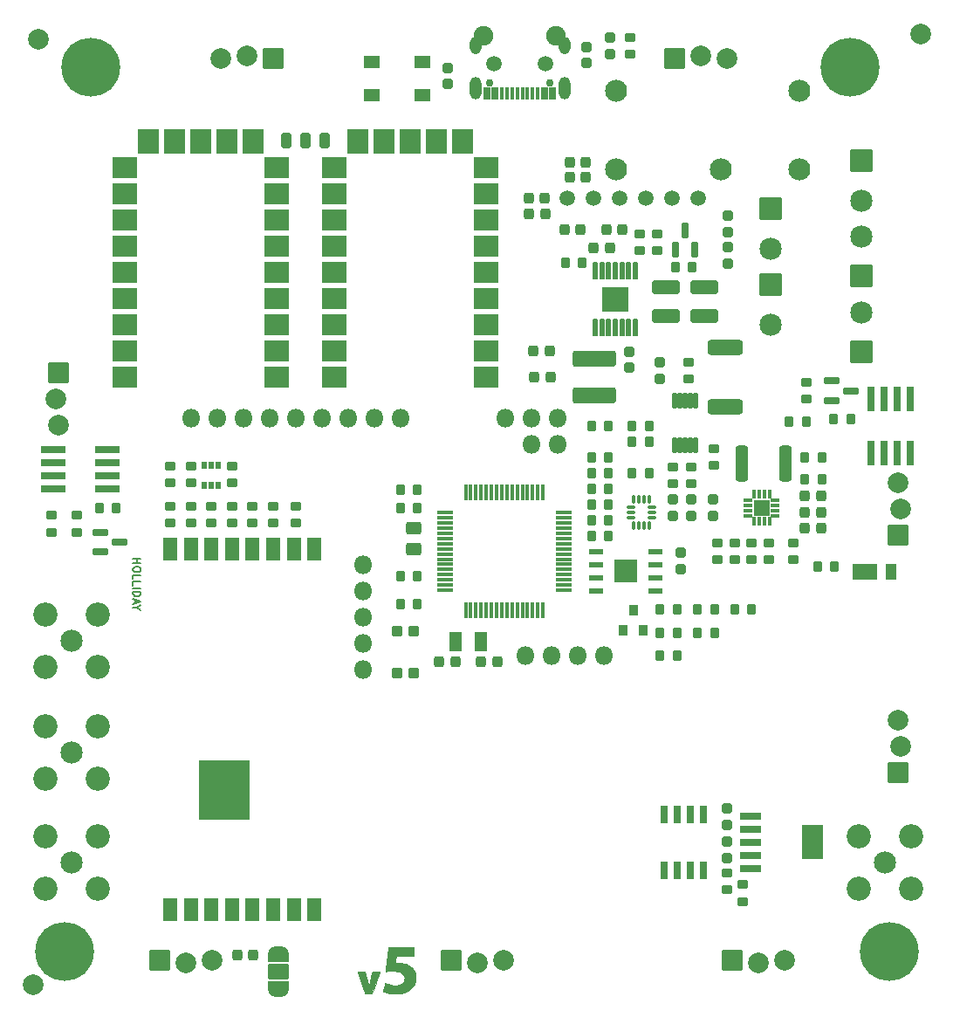
<source format=gbr>
%TF.GenerationSoftware,KiCad,Pcbnew,7.0.9*%
%TF.CreationDate,2024-01-23T11:42:20+00:00*%
%TF.ProjectId,mainboard,6d61696e-626f-4617-9264-2e6b69636164,rev?*%
%TF.SameCoordinates,Original*%
%TF.FileFunction,Soldermask,Top*%
%TF.FilePolarity,Negative*%
%FSLAX46Y46*%
G04 Gerber Fmt 4.6, Leading zero omitted, Abs format (unit mm)*
G04 Created by KiCad (PCBNEW 7.0.9) date 2024-01-23 11:42:20*
%MOMM*%
%LPD*%
G01*
G04 APERTURE LIST*
G04 Aperture macros list*
%AMRoundRect*
0 Rectangle with rounded corners*
0 $1 Rounding radius*
0 $2 $3 $4 $5 $6 $7 $8 $9 X,Y pos of 4 corners*
0 Add a 4 corners polygon primitive as box body*
4,1,4,$2,$3,$4,$5,$6,$7,$8,$9,$2,$3,0*
0 Add four circle primitives for the rounded corners*
1,1,$1+$1,$2,$3*
1,1,$1+$1,$4,$5*
1,1,$1+$1,$6,$7*
1,1,$1+$1,$8,$9*
0 Add four rect primitives between the rounded corners*
20,1,$1+$1,$2,$3,$4,$5,0*
20,1,$1+$1,$4,$5,$6,$7,0*
20,1,$1+$1,$6,$7,$8,$9,0*
20,1,$1+$1,$8,$9,$2,$3,0*%
%AMFreePoly0*
4,1,39,0.785921,0.985921,0.800800,0.950000,0.800800,-0.950000,0.785921,-0.985921,0.750000,-1.000800,0.000000,-1.000800,-0.012322,-0.995696,-0.084376,-0.995696,-0.096533,-0.994220,-0.260380,-0.953835,-0.271831,-0.949492,-0.421253,-0.871070,-0.431332,-0.864113,-0.557645,-0.752210,-0.565766,-0.743043,-0.661627,-0.604163,-0.667318,-0.593320,-0.727158,-0.435535,-0.730089,-0.423644,-0.750615,-0.254600,
-0.750800,-0.251535,-0.750800,0.251535,-0.750615,0.254600,-0.730089,0.423644,-0.727158,0.435535,-0.667318,0.593320,-0.661627,0.604163,-0.565766,0.743043,-0.557645,0.752210,-0.431332,0.864113,-0.421253,0.871070,-0.271831,0.949492,-0.260380,0.953835,-0.096533,0.994220,-0.084376,0.995696,-0.012322,0.995696,0.000000,1.000800,0.750000,1.000800,0.785921,0.985921,0.785921,0.985921,
$1*%
%AMFreePoly1*
4,1,39,0.012322,0.995696,0.084376,0.995696,0.096533,0.994220,0.260380,0.953835,0.271831,0.949492,0.421253,0.871070,0.431332,0.864113,0.557645,0.752210,0.565766,0.743043,0.661627,0.604163,0.667318,0.593320,0.727158,0.435535,0.730089,0.423644,0.750615,0.254600,0.750800,0.251535,0.750800,-0.251535,0.750615,-0.254600,0.730089,-0.423644,0.727158,-0.435535,0.667318,-0.593320,
0.661627,-0.604163,0.565766,-0.743043,0.557645,-0.752210,0.431332,-0.864113,0.421253,-0.871070,0.271831,-0.949492,0.260380,-0.953835,0.096533,-0.994220,0.084376,-0.995696,0.012322,-0.995696,0.000000,-1.000800,-0.750000,-1.000800,-0.785921,-0.985921,-0.800800,-0.950000,-0.800800,0.950000,-0.785921,0.985921,-0.750000,1.000800,0.000000,1.000800,0.012322,0.995696,0.012322,0.995696,
$1*%
G04 Aperture macros list end*
%ADD10C,0.190500*%
%ADD11C,0.010000*%
%ADD12RoundRect,0.250800X0.200000X0.275000X-0.200000X0.275000X-0.200000X-0.275000X0.200000X-0.275000X0*%
%ADD13RoundRect,0.250800X-0.275000X0.200000X-0.275000X-0.200000X0.275000X-0.200000X0.275000X0.200000X0*%
%ADD14RoundRect,0.250800X-0.200000X-0.275000X0.200000X-0.275000X0.200000X0.275000X-0.200000X0.275000X0*%
%ADD15RoundRect,0.250800X0.275000X-0.200000X0.275000X0.200000X-0.275000X0.200000X-0.275000X-0.200000X0*%
%ADD16C,1.901600*%
%ADD17C,1.509600*%
%ADD18RoundRect,0.063500X-0.450000X-0.700000X0.450000X-0.700000X0.450000X0.700000X-0.450000X0.700000X0*%
%ADD19RoundRect,0.063500X-1.100000X-0.700000X1.100000X-0.700000X1.100000X0.700000X-1.100000X0.700000X0*%
%ADD20RoundRect,0.063500X-0.939800X0.939800X-0.939800X-0.939800X0.939800X-0.939800X0.939800X0.939800X0*%
%ADD21C,2.006600*%
%ADD22RoundRect,0.063500X0.939800X-0.939800X0.939800X0.939800X-0.939800X0.939800X-0.939800X-0.939800X0*%
%ADD23RoundRect,0.063500X-0.939800X-0.939800X0.939800X-0.939800X0.939800X0.939800X-0.939800X0.939800X0*%
%ADD24RoundRect,0.063500X0.939800X0.939800X-0.939800X0.939800X-0.939800X-0.939800X0.939800X-0.939800X0*%
%ADD25RoundRect,0.063500X1.016000X-1.016000X1.016000X1.016000X-1.016000X1.016000X-1.016000X-1.016000X0*%
%ADD26C,2.159000*%
%ADD27RoundRect,0.269550X-0.218750X-0.256250X0.218750X-0.256250X0.218750X0.256250X-0.218750X0.256250X0*%
%ADD28RoundRect,0.269550X-0.256250X0.218750X-0.256250X-0.218750X0.256250X-0.218750X0.256250X0.218750X0*%
%ADD29RoundRect,0.063500X-0.152400X0.800100X-0.152400X-0.800100X0.152400X-0.800100X0.152400X0.800100X0*%
%ADD30RoundRect,0.063500X-1.230000X1.155000X-1.230000X-1.155000X1.230000X-1.155000X1.230000X1.155000X0*%
%ADD31RoundRect,0.269550X0.256250X-0.218750X0.256250X0.218750X-0.256250X0.218750X-0.256250X-0.218750X0*%
%ADD32RoundRect,0.269550X0.218750X0.256250X-0.218750X0.256250X-0.218750X-0.256250X0.218750X-0.256250X0*%
%ADD33RoundRect,0.063500X-0.660400X0.279400X-0.660400X-0.279400X0.660400X-0.279400X0.660400X0.279400X0*%
%ADD34RoundRect,0.050800X0.150000X0.737500X-0.150000X0.737500X-0.150000X-0.737500X0.150000X-0.737500X0*%
%ADD35RoundRect,0.050800X0.737500X-0.150000X0.737500X0.150000X-0.737500X0.150000X-0.737500X-0.150000X0*%
%ADD36RoundRect,0.050800X1.104900X-0.304800X1.104900X0.304800X-1.104900X0.304800X-1.104900X-0.304800X0*%
%ADD37RoundRect,0.050800X0.304800X1.104900X-0.304800X1.104900X-0.304800X-1.104900X0.304800X-1.104900X0*%
%ADD38RoundRect,0.300800X-0.312500X-1.450000X0.312500X-1.450000X0.312500X1.450000X-0.312500X1.450000X0*%
%ADD39RoundRect,0.063500X1.143000X0.990600X-1.143000X0.990600X-1.143000X-0.990600X1.143000X-0.990600X0*%
%ADD40RoundRect,0.063500X0.990600X-1.143000X0.990600X1.143000X-0.990600X1.143000X-0.990600X-1.143000X0*%
%ADD41O,1.801600X1.801600*%
%ADD42RoundRect,0.063500X-0.600000X-0.225000X0.600000X-0.225000X0.600000X0.225000X-0.600000X0.225000X0*%
%ADD43RoundRect,0.063500X1.050000X-1.050000X1.050000X1.050000X-1.050000X1.050000X-1.050000X-1.050000X0*%
%ADD44RoundRect,0.063500X-0.350000X0.125000X-0.350000X-0.125000X0.350000X-0.125000X0.350000X0.125000X0*%
%ADD45RoundRect,0.063500X0.125000X0.350000X-0.125000X0.350000X-0.125000X-0.350000X0.125000X-0.350000X0*%
%ADD46RoundRect,0.063500X0.350000X-0.125000X0.350000X0.125000X-0.350000X0.125000X-0.350000X-0.125000X0*%
%ADD47RoundRect,0.063500X-0.125000X-0.350000X0.125000X-0.350000X0.125000X0.350000X-0.125000X0.350000X0*%
%ADD48RoundRect,0.063500X0.725000X-0.725000X0.725000X0.725000X-0.725000X0.725000X-0.725000X-0.725000X0*%
%ADD49C,5.701600*%
%ADD50C,2.000000*%
%ADD51C,0.751600*%
%ADD52RoundRect,0.050800X0.300000X0.575000X-0.300000X0.575000X-0.300000X-0.575000X0.300000X-0.575000X0*%
%ADD53RoundRect,0.050800X0.150000X0.575000X-0.150000X0.575000X-0.150000X-0.575000X0.150000X-0.575000X0*%
%ADD54O,1.101600X2.201600*%
%ADD55O,1.101600X1.701600*%
%ADD56C,2.133600*%
%ADD57C,2.151600*%
%ADD58C,2.351600*%
%ADD59RoundRect,0.050800X0.750000X0.500000X-0.750000X0.500000X-0.750000X-0.500000X0.750000X-0.500000X0*%
%ADD60RoundRect,0.050800X-0.125000X-0.337500X0.125000X-0.337500X0.125000X0.337500X-0.125000X0.337500X0*%
%ADD61RoundRect,0.050800X-0.337500X0.125000X-0.337500X-0.125000X0.337500X-0.125000X0.337500X0.125000X0*%
%ADD62RoundRect,0.300800X-0.450000X0.325000X-0.450000X-0.325000X0.450000X-0.325000X0.450000X0.325000X0*%
%ADD63RoundRect,0.294550X-0.243750X-0.456250X0.243750X-0.456250X0.243750X0.456250X-0.243750X0.456250X0*%
%ADD64RoundRect,0.050800X0.500000X0.900000X-0.500000X0.900000X-0.500000X-0.900000X0.500000X-0.900000X0*%
%ADD65RoundRect,0.300800X-1.425000X0.425000X-1.425000X-0.425000X1.425000X-0.425000X1.425000X0.425000X0*%
%ADD66RoundRect,0.383800X-1.767000X0.417000X-1.767000X-0.417000X1.767000X-0.417000X1.767000X0.417000X0*%
%ADD67RoundRect,0.063500X-0.279400X-0.660400X0.279400X-0.660400X0.279400X0.660400X-0.279400X0.660400X0*%
%ADD68RoundRect,0.300800X1.075000X-0.375000X1.075000X0.375000X-1.075000X0.375000X-1.075000X-0.375000X0*%
%ADD69RoundRect,0.050800X-0.165100X0.675000X-0.165100X-0.675000X0.165100X-0.675000X0.165100X0.675000X0*%
%ADD70RoundRect,0.063500X-0.650000X1.000000X-0.650000X-1.000000X0.650000X-1.000000X0.650000X1.000000X0*%
%ADD71RoundRect,0.063500X-2.400000X2.849999X-2.400000X-2.849999X2.400000X-2.849999X2.400000X2.849999X0*%
%ADD72RoundRect,0.050800X0.450000X-0.450000X0.450000X0.450000X-0.450000X0.450000X-0.450000X-0.450000X0*%
%ADD73RoundRect,0.050800X0.200000X-0.325000X0.200000X0.325000X-0.200000X0.325000X-0.200000X-0.325000X0*%
%ADD74RoundRect,0.050800X0.400000X-0.450000X0.400000X0.450000X-0.400000X0.450000X-0.400000X-0.450000X0*%
%ADD75RoundRect,0.050800X1.000000X-0.325000X1.000000X0.325000X-1.000000X0.325000X-1.000000X-0.325000X0*%
%ADD76RoundRect,0.050800X-1.000000X-1.600000X1.000000X-1.600000X1.000000X1.600000X-1.000000X1.600000X0*%
%ADD77FreePoly0,270.000000*%
%ADD78RoundRect,0.050800X-0.950000X0.700000X-0.950000X-0.700000X0.950000X-0.700000X0.950000X0.700000X0*%
%ADD79FreePoly1,270.000000*%
%ADD80RoundRect,0.050800X0.325000X0.762500X-0.325000X0.762500X-0.325000X-0.762500X0.325000X-0.762500X0*%
%ADD81RoundRect,0.063500X-1.016000X1.016000X-1.016000X-1.016000X1.016000X-1.016000X1.016000X1.016000X0*%
%ADD82C,1.501600*%
G04 APERTURE END LIST*
D10*
X11684290Y43127386D02*
X12446290Y43127386D01*
X12083433Y43127386D02*
X12083433Y42691957D01*
X11684290Y42691957D02*
X12446290Y42691957D01*
X12446290Y42183957D02*
X12446290Y42038814D01*
X12446290Y42038814D02*
X12410004Y41966243D01*
X12410004Y41966243D02*
X12337433Y41893671D01*
X12337433Y41893671D02*
X12192290Y41857386D01*
X12192290Y41857386D02*
X11938290Y41857386D01*
X11938290Y41857386D02*
X11793147Y41893671D01*
X11793147Y41893671D02*
X11720576Y41966243D01*
X11720576Y41966243D02*
X11684290Y42038814D01*
X11684290Y42038814D02*
X11684290Y42183957D01*
X11684290Y42183957D02*
X11720576Y42256528D01*
X11720576Y42256528D02*
X11793147Y42329100D01*
X11793147Y42329100D02*
X11938290Y42365386D01*
X11938290Y42365386D02*
X12192290Y42365386D01*
X12192290Y42365386D02*
X12337433Y42329100D01*
X12337433Y42329100D02*
X12410004Y42256528D01*
X12410004Y42256528D02*
X12446290Y42183957D01*
X11684290Y41167957D02*
X11684290Y41530814D01*
X11684290Y41530814D02*
X12446290Y41530814D01*
X11684290Y40551100D02*
X11684290Y40913957D01*
X11684290Y40913957D02*
X12446290Y40913957D01*
X11684290Y40297100D02*
X12446290Y40297100D01*
X11684290Y39934243D02*
X12446290Y39934243D01*
X12446290Y39934243D02*
X12446290Y39752814D01*
X12446290Y39752814D02*
X12410004Y39643957D01*
X12410004Y39643957D02*
X12337433Y39571386D01*
X12337433Y39571386D02*
X12264861Y39535100D01*
X12264861Y39535100D02*
X12119718Y39498814D01*
X12119718Y39498814D02*
X12010861Y39498814D01*
X12010861Y39498814D02*
X11865718Y39535100D01*
X11865718Y39535100D02*
X11793147Y39571386D01*
X11793147Y39571386D02*
X11720576Y39643957D01*
X11720576Y39643957D02*
X11684290Y39752814D01*
X11684290Y39752814D02*
X11684290Y39934243D01*
X11902004Y39208529D02*
X11902004Y38845671D01*
X11684290Y39281100D02*
X12446290Y39027100D01*
X12446290Y39027100D02*
X11684290Y38773100D01*
X12047147Y38373957D02*
X11684290Y38373957D01*
X12446290Y38627957D02*
X12047147Y38373957D01*
X12047147Y38373957D02*
X12446290Y38119957D01*
%TO.C,REF\u002A\u002A*%
D11*
X34332141Y2530475D02*
X34367092Y2409191D01*
X34401125Y2289423D01*
X34433287Y2174640D01*
X34462624Y2068313D01*
X34488184Y1973911D01*
X34509015Y1894904D01*
X34524163Y1834762D01*
X34530002Y1809750D01*
X34543790Y1750953D01*
X34556242Y1704235D01*
X34566200Y1673488D01*
X34572504Y1662605D01*
X34573477Y1663700D01*
X34578554Y1682445D01*
X34587819Y1721046D01*
X34600115Y1774526D01*
X34614286Y1837911D01*
X34620086Y1864312D01*
X34632393Y1917187D01*
X34650587Y1990667D01*
X34673664Y2080912D01*
X34700616Y2184081D01*
X34730439Y2296332D01*
X34762126Y2413824D01*
X34794672Y2532717D01*
X34802992Y2562812D01*
X34946204Y3079750D01*
X35292172Y3083131D01*
X35396905Y3083973D01*
X35478780Y3084143D01*
X35540331Y3083536D01*
X35584095Y3082048D01*
X35612607Y3079575D01*
X35628401Y3076013D01*
X35634014Y3071256D01*
X35633995Y3069073D01*
X35629034Y3054790D01*
X35615853Y3018463D01*
X35595104Y2961847D01*
X35567435Y2886701D01*
X35533498Y2794781D01*
X35493940Y2687844D01*
X35449413Y2567647D01*
X35400566Y2435946D01*
X35348049Y2294500D01*
X35292511Y2145063D01*
X35248850Y2027680D01*
X34867850Y1003726D01*
X34542183Y1003513D01*
X34442386Y1003568D01*
X34365045Y1004007D01*
X34307215Y1005025D01*
X34265954Y1006815D01*
X34238318Y1009570D01*
X34221363Y1013486D01*
X34212145Y1018755D01*
X34207739Y1025525D01*
X34198069Y1050957D01*
X34180984Y1096938D01*
X34157252Y1161353D01*
X34127641Y1242087D01*
X34092919Y1337022D01*
X34053854Y1444045D01*
X34011212Y1561039D01*
X33965763Y1685888D01*
X33918272Y1816478D01*
X33869509Y1950691D01*
X33820241Y2086413D01*
X33771235Y2221528D01*
X33723259Y2353920D01*
X33677081Y2481474D01*
X33633468Y2602074D01*
X33593189Y2713604D01*
X33557011Y2813948D01*
X33525701Y2900992D01*
X33500027Y2972619D01*
X33480757Y3026713D01*
X33468659Y3061160D01*
X33464500Y3073833D01*
X33476916Y3077590D01*
X33513040Y3080735D01*
X33571189Y3083212D01*
X33649675Y3084961D01*
X33746814Y3085924D01*
X33817669Y3086100D01*
X34170838Y3086100D01*
X34332141Y2530475D01*
G36*
X34332141Y2530475D02*
G01*
X34367092Y2409191D01*
X34401125Y2289423D01*
X34433287Y2174640D01*
X34462624Y2068313D01*
X34488184Y1973911D01*
X34509015Y1894904D01*
X34524163Y1834762D01*
X34530002Y1809750D01*
X34543790Y1750953D01*
X34556242Y1704235D01*
X34566200Y1673488D01*
X34572504Y1662605D01*
X34573477Y1663700D01*
X34578554Y1682445D01*
X34587819Y1721046D01*
X34600115Y1774526D01*
X34614286Y1837911D01*
X34620086Y1864312D01*
X34632393Y1917187D01*
X34650587Y1990667D01*
X34673664Y2080912D01*
X34700616Y2184081D01*
X34730439Y2296332D01*
X34762126Y2413824D01*
X34794672Y2532717D01*
X34802992Y2562812D01*
X34946204Y3079750D01*
X35292172Y3083131D01*
X35396905Y3083973D01*
X35478780Y3084143D01*
X35540331Y3083536D01*
X35584095Y3082048D01*
X35612607Y3079575D01*
X35628401Y3076013D01*
X35634014Y3071256D01*
X35633995Y3069073D01*
X35629034Y3054790D01*
X35615853Y3018463D01*
X35595104Y2961847D01*
X35567435Y2886701D01*
X35533498Y2794781D01*
X35493940Y2687844D01*
X35449413Y2567647D01*
X35400566Y2435946D01*
X35348049Y2294500D01*
X35292511Y2145063D01*
X35248850Y2027680D01*
X34867850Y1003726D01*
X34542183Y1003513D01*
X34442386Y1003568D01*
X34365045Y1004007D01*
X34307215Y1005025D01*
X34265954Y1006815D01*
X34238318Y1009570D01*
X34221363Y1013486D01*
X34212145Y1018755D01*
X34207739Y1025525D01*
X34198069Y1050957D01*
X34180984Y1096938D01*
X34157252Y1161353D01*
X34127641Y1242087D01*
X34092919Y1337022D01*
X34053854Y1444045D01*
X34011212Y1561039D01*
X33965763Y1685888D01*
X33918272Y1816478D01*
X33869509Y1950691D01*
X33820241Y2086413D01*
X33771235Y2221528D01*
X33723259Y2353920D01*
X33677081Y2481474D01*
X33633468Y2602074D01*
X33593189Y2713604D01*
X33557011Y2813948D01*
X33525701Y2900992D01*
X33500027Y2972619D01*
X33480757Y3026713D01*
X33468659Y3061160D01*
X33464500Y3073833D01*
X33476916Y3077590D01*
X33513040Y3080735D01*
X33571189Y3083212D01*
X33649675Y3084961D01*
X33746814Y3085924D01*
X33817669Y3086100D01*
X34170838Y3086100D01*
X34332141Y2530475D01*
G37*
X38938200Y4610100D02*
X38074600Y4610100D01*
X37928693Y4609944D01*
X37790601Y4609491D01*
X37662374Y4608767D01*
X37546063Y4607800D01*
X37443722Y4606614D01*
X37357401Y4605236D01*
X37289153Y4603692D01*
X37241029Y4602008D01*
X37215081Y4600210D01*
X37211000Y4599142D01*
X37209256Y4584012D01*
X37204354Y4547308D01*
X37196791Y4492587D01*
X37187062Y4423411D01*
X37175663Y4343341D01*
X37166550Y4279900D01*
X37154230Y4193895D01*
X37143223Y4115977D01*
X37134027Y4049753D01*
X37127138Y3998831D01*
X37123053Y3966820D01*
X37122127Y3957484D01*
X37131684Y3952350D01*
X37161195Y3948360D01*
X37211953Y3945444D01*
X37285252Y3943535D01*
X37382386Y3942562D01*
X37404702Y3942474D01*
X37554870Y3939971D01*
X37685719Y3932914D01*
X37803051Y3920479D01*
X37912672Y3901839D01*
X38020386Y3876168D01*
X38131998Y3842641D01*
X38151259Y3836274D01*
X38308682Y3777063D01*
X38446713Y3710258D01*
X38570989Y3632591D01*
X38687145Y3540794D01*
X38733107Y3498906D01*
X38847318Y3375238D01*
X38941147Y3238848D01*
X39015848Y3087582D01*
X39072680Y2919284D01*
X39073933Y2914650D01*
X39085502Y2870086D01*
X39094129Y2831121D01*
X39100249Y2792803D01*
X39104293Y2750182D01*
X39106693Y2698309D01*
X39107884Y2632231D01*
X39108296Y2546999D01*
X39108329Y2520950D01*
X39108136Y2428066D01*
X39107140Y2355958D01*
X39104997Y2300011D01*
X39101365Y2255604D01*
X39095899Y2218121D01*
X39088256Y2182944D01*
X39081222Y2156485D01*
X39029118Y1997004D01*
X38965328Y1853764D01*
X38885759Y1718766D01*
X38791592Y1590577D01*
X38663491Y1450731D01*
X38515478Y1326064D01*
X38348309Y1216989D01*
X38162736Y1123916D01*
X37959515Y1047256D01*
X37739399Y987422D01*
X37653100Y969491D01*
X37596124Y961545D01*
X37518724Y955007D01*
X37425841Y949938D01*
X37322415Y946394D01*
X37213386Y944434D01*
X37103695Y944115D01*
X36998281Y945496D01*
X36902087Y948634D01*
X36820051Y953588D01*
X36766500Y959087D01*
X36564374Y992150D01*
X36369250Y1035943D01*
X36252982Y1068547D01*
X36178767Y1092708D01*
X36109036Y1118134D01*
X36047722Y1143115D01*
X35998760Y1165939D01*
X35966084Y1184898D01*
X35953628Y1198280D01*
X35953606Y1198676D01*
X35956383Y1213653D01*
X35964185Y1249428D01*
X35976155Y1302361D01*
X35991432Y1368812D01*
X36009160Y1445140D01*
X36028478Y1527704D01*
X36048530Y1612864D01*
X36068456Y1696978D01*
X36087398Y1776408D01*
X36104497Y1847511D01*
X36118894Y1906648D01*
X36129732Y1950178D01*
X36136152Y1974459D01*
X36137449Y1978260D01*
X36149754Y1975473D01*
X36180391Y1965192D01*
X36224063Y1949254D01*
X36253442Y1938077D01*
X36444415Y1873239D01*
X36653057Y1819541D01*
X36741100Y1801173D01*
X36804177Y1789842D01*
X36863882Y1781789D01*
X36926880Y1776505D01*
X36999831Y1773481D01*
X37089399Y1772208D01*
X37122100Y1772088D01*
X37237733Y1773524D01*
X37333949Y1779053D01*
X37416554Y1789791D01*
X37491357Y1806857D01*
X37564164Y1831369D01*
X37640782Y1864445D01*
X37666952Y1876971D01*
X37743247Y1921560D01*
X37818712Y1978746D01*
X37886865Y2042711D01*
X37941219Y2107636D01*
X37963804Y2143325D01*
X38008762Y2250614D01*
X38032383Y2364565D01*
X38035235Y2480952D01*
X38017883Y2595548D01*
X37980896Y2704128D01*
X37924839Y2802466D01*
X37866163Y2871396D01*
X37778703Y2945546D01*
X37678321Y3007890D01*
X37563060Y3059069D01*
X37430963Y3099721D01*
X37280073Y3130485D01*
X37108435Y3152002D01*
X36977398Y3161761D01*
X36887796Y3165149D01*
X36785467Y3166169D01*
X36676287Y3165012D01*
X36566129Y3161872D01*
X36460869Y3156941D01*
X36366382Y3150413D01*
X36288542Y3142478D01*
X36258500Y3138176D01*
X36219268Y3132821D01*
X36191475Y3131002D01*
X36182951Y3132238D01*
X36183770Y3145182D01*
X36187513Y3181172D01*
X36193913Y3238057D01*
X36202703Y3313685D01*
X36213618Y3405904D01*
X36226390Y3512562D01*
X36240754Y3631507D01*
X36256443Y3760586D01*
X36273191Y3897648D01*
X36290731Y4040542D01*
X36308796Y4187113D01*
X36327121Y4335212D01*
X36345440Y4482686D01*
X36363484Y4627382D01*
X36380989Y4767149D01*
X36397688Y4899835D01*
X36413315Y5023287D01*
X36427602Y5135354D01*
X36440284Y5233884D01*
X36451095Y5316725D01*
X36459767Y5381724D01*
X36466035Y5426730D01*
X36469632Y5449591D01*
X36470049Y5451476D01*
X36472110Y5455168D01*
X36477150Y5458429D01*
X36486656Y5461284D01*
X36502118Y5463761D01*
X36525024Y5465886D01*
X36556863Y5467687D01*
X36599125Y5469189D01*
X36653298Y5470419D01*
X36720870Y5471405D01*
X36803331Y5472173D01*
X36902169Y5472750D01*
X37018874Y5473162D01*
X37154933Y5473436D01*
X37311837Y5473600D01*
X37491073Y5473679D01*
X37694130Y5473700D01*
X38938200Y5473700D01*
X38938200Y4610100D01*
G36*
X38938200Y4610100D02*
G01*
X38074600Y4610100D01*
X37928693Y4609944D01*
X37790601Y4609491D01*
X37662374Y4608767D01*
X37546063Y4607800D01*
X37443722Y4606614D01*
X37357401Y4605236D01*
X37289153Y4603692D01*
X37241029Y4602008D01*
X37215081Y4600210D01*
X37211000Y4599142D01*
X37209256Y4584012D01*
X37204354Y4547308D01*
X37196791Y4492587D01*
X37187062Y4423411D01*
X37175663Y4343341D01*
X37166550Y4279900D01*
X37154230Y4193895D01*
X37143223Y4115977D01*
X37134027Y4049753D01*
X37127138Y3998831D01*
X37123053Y3966820D01*
X37122127Y3957484D01*
X37131684Y3952350D01*
X37161195Y3948360D01*
X37211953Y3945444D01*
X37285252Y3943535D01*
X37382386Y3942562D01*
X37404702Y3942474D01*
X37554870Y3939971D01*
X37685719Y3932914D01*
X37803051Y3920479D01*
X37912672Y3901839D01*
X38020386Y3876168D01*
X38131998Y3842641D01*
X38151259Y3836274D01*
X38308682Y3777063D01*
X38446713Y3710258D01*
X38570989Y3632591D01*
X38687145Y3540794D01*
X38733107Y3498906D01*
X38847318Y3375238D01*
X38941147Y3238848D01*
X39015848Y3087582D01*
X39072680Y2919284D01*
X39073933Y2914650D01*
X39085502Y2870086D01*
X39094129Y2831121D01*
X39100249Y2792803D01*
X39104293Y2750182D01*
X39106693Y2698309D01*
X39107884Y2632231D01*
X39108296Y2546999D01*
X39108329Y2520950D01*
X39108136Y2428066D01*
X39107140Y2355958D01*
X39104997Y2300011D01*
X39101365Y2255604D01*
X39095899Y2218121D01*
X39088256Y2182944D01*
X39081222Y2156485D01*
X39029118Y1997004D01*
X38965328Y1853764D01*
X38885759Y1718766D01*
X38791592Y1590577D01*
X38663491Y1450731D01*
X38515478Y1326064D01*
X38348309Y1216989D01*
X38162736Y1123916D01*
X37959515Y1047256D01*
X37739399Y987422D01*
X37653100Y969491D01*
X37596124Y961545D01*
X37518724Y955007D01*
X37425841Y949938D01*
X37322415Y946394D01*
X37213386Y944434D01*
X37103695Y944115D01*
X36998281Y945496D01*
X36902087Y948634D01*
X36820051Y953588D01*
X36766500Y959087D01*
X36564374Y992150D01*
X36369250Y1035943D01*
X36252982Y1068547D01*
X36178767Y1092708D01*
X36109036Y1118134D01*
X36047722Y1143115D01*
X35998760Y1165939D01*
X35966084Y1184898D01*
X35953628Y1198280D01*
X35953606Y1198676D01*
X35956383Y1213653D01*
X35964185Y1249428D01*
X35976155Y1302361D01*
X35991432Y1368812D01*
X36009160Y1445140D01*
X36028478Y1527704D01*
X36048530Y1612864D01*
X36068456Y1696978D01*
X36087398Y1776408D01*
X36104497Y1847511D01*
X36118894Y1906648D01*
X36129732Y1950178D01*
X36136152Y1974459D01*
X36137449Y1978260D01*
X36149754Y1975473D01*
X36180391Y1965192D01*
X36224063Y1949254D01*
X36253442Y1938077D01*
X36444415Y1873239D01*
X36653057Y1819541D01*
X36741100Y1801173D01*
X36804177Y1789842D01*
X36863882Y1781789D01*
X36926880Y1776505D01*
X36999831Y1773481D01*
X37089399Y1772208D01*
X37122100Y1772088D01*
X37237733Y1773524D01*
X37333949Y1779053D01*
X37416554Y1789791D01*
X37491357Y1806857D01*
X37564164Y1831369D01*
X37640782Y1864445D01*
X37666952Y1876971D01*
X37743247Y1921560D01*
X37818712Y1978746D01*
X37886865Y2042711D01*
X37941219Y2107636D01*
X37963804Y2143325D01*
X38008762Y2250614D01*
X38032383Y2364565D01*
X38035235Y2480952D01*
X38017883Y2595548D01*
X37980896Y2704128D01*
X37924839Y2802466D01*
X37866163Y2871396D01*
X37778703Y2945546D01*
X37678321Y3007890D01*
X37563060Y3059069D01*
X37430963Y3099721D01*
X37280073Y3130485D01*
X37108435Y3152002D01*
X36977398Y3161761D01*
X36887796Y3165149D01*
X36785467Y3166169D01*
X36676287Y3165012D01*
X36566129Y3161872D01*
X36460869Y3156941D01*
X36366382Y3150413D01*
X36288542Y3142478D01*
X36258500Y3138176D01*
X36219268Y3132821D01*
X36191475Y3131002D01*
X36182951Y3132238D01*
X36183770Y3145182D01*
X36187513Y3181172D01*
X36193913Y3238057D01*
X36202703Y3313685D01*
X36213618Y3405904D01*
X36226390Y3512562D01*
X36240754Y3631507D01*
X36256443Y3760586D01*
X36273191Y3897648D01*
X36290731Y4040542D01*
X36308796Y4187113D01*
X36327121Y4335212D01*
X36345440Y4482686D01*
X36363484Y4627382D01*
X36380989Y4767149D01*
X36397688Y4899835D01*
X36413315Y5023287D01*
X36427602Y5135354D01*
X36440284Y5233884D01*
X36451095Y5316725D01*
X36459767Y5381724D01*
X36466035Y5426730D01*
X36469632Y5449591D01*
X36470049Y5451476D01*
X36472110Y5455168D01*
X36477150Y5458429D01*
X36486656Y5461284D01*
X36502118Y5463761D01*
X36525024Y5465886D01*
X36556863Y5467687D01*
X36599125Y5469189D01*
X36653298Y5470419D01*
X36720870Y5471405D01*
X36803331Y5472173D01*
X36902169Y5472750D01*
X37018874Y5473162D01*
X37154933Y5473436D01*
X37311837Y5473600D01*
X37491073Y5473679D01*
X37694130Y5473700D01*
X38938200Y5473700D01*
X38938200Y4610100D01*
G37*
%TD*%
D12*
%TO.C,R12*%
X76860900Y52997100D03*
X78510900Y52997100D03*
%TD*%
D13*
%TO.C,R9*%
X75717400Y43028100D03*
X75717400Y44678100D03*
%TD*%
D14*
%TO.C,R10*%
X79752000Y42408004D03*
X78102000Y42408004D03*
%TD*%
D15*
%TO.C,R20*%
X70065900Y44678100D03*
X70065900Y43028100D03*
%TD*%
D14*
%TO.C,R38*%
X81304900Y56680100D03*
X79654900Y56680100D03*
%TD*%
D12*
%TO.C,R15*%
X53619900Y71856600D03*
X55269900Y71856600D03*
%TD*%
D13*
%TO.C,R6*%
X68414900Y43028100D03*
X68414900Y44678100D03*
%TD*%
D14*
%TO.C,R25*%
X65937900Y71412100D03*
X64287900Y71412100D03*
%TD*%
D13*
%TO.C,R27*%
X3779000Y45715004D03*
X3779000Y47365004D03*
%TD*%
D12*
%TO.C,R37*%
X8407900Y48044100D03*
X10057900Y48044100D03*
%TD*%
D14*
%TO.C,R3*%
X39267900Y48044100D03*
X37617900Y48044100D03*
%TD*%
%TO.C,R45*%
X57809900Y52997100D03*
X56159900Y52997100D03*
%TD*%
D12*
%TO.C,R4*%
X37617900Y38773100D03*
X39267900Y38773100D03*
%TD*%
D13*
%TO.C,R31*%
X59918600Y92050100D03*
X59918600Y93700100D03*
%TD*%
%TO.C,R13*%
X60858400Y73000100D03*
X60858400Y74650100D03*
%TD*%
D14*
%TO.C,R43*%
X71716400Y38227000D03*
X70066400Y38227000D03*
%TD*%
D12*
%TO.C,R50*%
X56159900Y45377100D03*
X57809900Y45377100D03*
%TD*%
D14*
%TO.C,R5*%
X39267900Y41440100D03*
X37617900Y41440100D03*
%TD*%
D12*
%TO.C,R42*%
X37617900Y49822100D03*
X39267900Y49822100D03*
%TD*%
D14*
%TO.C,R11*%
X78510900Y50838100D03*
X76860900Y50838100D03*
%TD*%
%TO.C,R66*%
X57809900Y48425100D03*
X56159900Y48425100D03*
%TD*%
%TO.C,R67*%
X57809900Y46901100D03*
X56159900Y46901100D03*
%TD*%
D12*
%TO.C,R73*%
X60096900Y51473100D03*
X61746900Y51473100D03*
%TD*%
%TO.C,R74*%
X56159900Y49949100D03*
X57809900Y49949100D03*
%TD*%
D15*
%TO.C,R84*%
X64096900Y52044100D03*
X64096900Y50394100D03*
%TD*%
%TO.C,R85*%
X65874900Y52044100D03*
X65874900Y50394100D03*
%TD*%
D14*
%TO.C,R93*%
X61746900Y54521100D03*
X60096900Y54521100D03*
%TD*%
D15*
%TO.C,R94*%
X68033900Y53822100D03*
X68033900Y52172100D03*
%TD*%
D12*
%TO.C,R44*%
X56159900Y51473100D03*
X57809900Y51473100D03*
%TD*%
D14*
%TO.C,R62*%
X57809900Y56045100D03*
X56159900Y56045100D03*
%TD*%
D15*
%TO.C,R14*%
X62572900Y74650100D03*
X62572900Y73000100D03*
%TD*%
D12*
%TO.C,R28*%
X75336900Y56426100D03*
X76986900Y56426100D03*
%TD*%
D13*
%TO.C,R33*%
X77050900Y58601004D03*
X77050900Y60251004D03*
%TD*%
D14*
%TO.C,R61*%
X61746900Y56045100D03*
X60096900Y56045100D03*
%TD*%
D13*
%TO.C,R26*%
X65620900Y60554100D03*
X65620900Y62204100D03*
%TD*%
%TO.C,R55*%
X69303900Y11024100D03*
X69303900Y12674100D03*
%TD*%
%TO.C,R17*%
X71716900Y43028100D03*
X71716900Y44678100D03*
%TD*%
%TO.C,R18*%
X73366940Y43028100D03*
X73366940Y44678100D03*
%TD*%
D15*
%TO.C,R63*%
X17293000Y48234100D03*
X17293000Y46584100D03*
%TD*%
%TO.C,R64*%
X15293000Y48234100D03*
X15293000Y46584100D03*
%TD*%
D13*
%TO.C,R68*%
X21293000Y46584100D03*
X21293000Y48234100D03*
%TD*%
D15*
%TO.C,R69*%
X23293000Y48234100D03*
X23293000Y46584100D03*
%TD*%
D12*
%TO.C,R107*%
X62827400Y38227000D03*
X64477400Y38227000D03*
%TD*%
D15*
%TO.C,R104*%
X15293000Y52145700D03*
X15293000Y50495700D03*
%TD*%
%TO.C,R92*%
X21293000Y52145700D03*
X21293000Y50495700D03*
%TD*%
D12*
%TO.C,R78*%
X66446900Y38227000D03*
X68096900Y38227000D03*
%TD*%
D14*
%TO.C,R60*%
X64477400Y33731200D03*
X62827400Y33731200D03*
%TD*%
%TO.C,R48*%
X64477400Y35979100D03*
X62827400Y35979100D03*
%TD*%
%TO.C,R77*%
X68096900Y35979100D03*
X66446900Y35979100D03*
%TD*%
D13*
%TO.C,R53*%
X17293000Y50495700D03*
X17293000Y52145700D03*
%TD*%
%TO.C,R99*%
X19293000Y46584100D03*
X19293000Y48234100D03*
%TD*%
%TO.C,R70*%
X25293000Y46584100D03*
X25293000Y48234100D03*
%TD*%
D15*
%TO.C,R101*%
X27520900Y48234100D03*
X27520900Y46584100D03*
%TD*%
D13*
%TO.C,R59*%
X70827900Y9881100D03*
X70827900Y11531100D03*
%TD*%
D15*
%TO.C,R32*%
X6217400Y47365004D03*
X6217400Y45715004D03*
%TD*%
D16*
%TO.C,J11*%
X52712500Y93865700D03*
X45712500Y93865700D03*
D17*
X51712500Y91165700D03*
X46712500Y91165700D03*
%TD*%
D18*
%TO.C,D2*%
X85231900Y41900004D03*
D19*
X82681900Y41900004D03*
%TD*%
D20*
%TO.C,JP11*%
X4464000Y61140504D03*
D21*
X4210000Y58600504D03*
X4464000Y56060504D03*
%TD*%
D22*
%TO.C,JP12*%
X85933000Y45392504D03*
D21*
X86187000Y47932504D03*
X85933000Y50472504D03*
%TD*%
D23*
%TO.C,JP13*%
X14312900Y4229100D03*
D21*
X16852900Y3975100D03*
X19392900Y4229100D03*
%TD*%
D24*
%TO.C,JP9*%
X25269500Y91663004D03*
D21*
X22729500Y91917004D03*
X20189500Y91663004D03*
%TD*%
D25*
%TO.C,J3*%
X82372000Y70557804D03*
D26*
X82372000Y74413404D03*
%TD*%
D25*
%TO.C,J4*%
X82372000Y63202204D03*
D26*
X82372000Y67057804D03*
%TD*%
D27*
%TO.C,C22*%
X76869500Y49276204D03*
X78444500Y49276204D03*
%TD*%
%TO.C,C23*%
X76869500Y46139100D03*
X78444500Y46139100D03*
%TD*%
D28*
%TO.C,C28*%
X67955034Y48872404D03*
X67955034Y47297404D03*
%TD*%
D29*
%TO.C,U5*%
X60430034Y71084604D03*
X59780021Y71084604D03*
X59130012Y71084604D03*
X58480000Y71084604D03*
X57829988Y71084604D03*
X57179979Y71084604D03*
X56529966Y71084604D03*
X56529966Y65547404D03*
X57179979Y65547404D03*
X57829988Y65547404D03*
X58480000Y65547404D03*
X59130012Y65547404D03*
X59780021Y65547404D03*
X60430034Y65547404D03*
D30*
X58480000Y68316004D03*
%TD*%
D27*
%TO.C,C18*%
X50609400Y60744100D03*
X52184400Y60744100D03*
%TD*%
%TO.C,C17*%
X50517000Y63284100D03*
X52092000Y63284100D03*
%TD*%
D31*
%TO.C,C21*%
X59842400Y61671100D03*
X59842400Y63246100D03*
%TD*%
D32*
%TO.C,C26*%
X57962900Y73317100D03*
X56387900Y73317100D03*
%TD*%
D33*
%TO.C,Q5*%
X79447700Y60378504D03*
X79447700Y58473504D03*
X81327300Y59426004D03*
%TD*%
D34*
%TO.C,U2*%
X43963900Y38115100D03*
X44463900Y38115100D03*
X44963900Y38115100D03*
X45463900Y38115100D03*
X45963900Y38115100D03*
X46463900Y38115100D03*
X46963900Y38115100D03*
X47463900Y38115100D03*
X47963900Y38115100D03*
X48463900Y38115100D03*
X48963900Y38115100D03*
X49463900Y38115100D03*
X49963900Y38115100D03*
X50463900Y38115100D03*
X50963900Y38115100D03*
X51463900Y38115100D03*
D35*
X53451900Y40103100D03*
X53451900Y40603100D03*
X53451900Y41103100D03*
X53451900Y41603100D03*
X53451900Y42103100D03*
X53451900Y42603100D03*
X53451900Y43103100D03*
X53451900Y43603100D03*
X53451900Y44103100D03*
X53451900Y44603100D03*
X53451900Y45103100D03*
X53451900Y45603100D03*
X53451900Y46103100D03*
X53451900Y46603100D03*
X53451900Y47103100D03*
X53451900Y47603100D03*
D34*
X51463900Y49591100D03*
X50963900Y49591100D03*
X50463900Y49591100D03*
X49963900Y49591100D03*
X49463900Y49591100D03*
X48963900Y49591100D03*
X48463900Y49591100D03*
X47963900Y49591100D03*
X47463900Y49591100D03*
X46963900Y49591100D03*
X46463900Y49591100D03*
X45963900Y49591100D03*
X45463900Y49591100D03*
X44963900Y49591100D03*
X44463900Y49591100D03*
X43963900Y49591100D03*
D35*
X41975900Y47603100D03*
X41975900Y47103100D03*
X41975900Y46603100D03*
X41975900Y46103100D03*
X41975900Y45603100D03*
X41975900Y45103100D03*
X41975900Y44603100D03*
X41975900Y44103100D03*
X41975900Y43603100D03*
X41975900Y43103100D03*
X41975900Y42603100D03*
X41975900Y42103100D03*
X41975900Y41603100D03*
X41975900Y41103100D03*
X41975900Y40603100D03*
X41975900Y40103100D03*
%TD*%
D36*
%TO.C,Q20*%
X9182100Y49949100D03*
X9182100Y51219100D03*
X9182100Y52489100D03*
X9182100Y53759100D03*
X3949700Y53759100D03*
X3949700Y52489100D03*
X3949700Y51219100D03*
X3949700Y49949100D03*
%TD*%
D33*
%TO.C,Q4*%
X8503504Y45694600D03*
X8503504Y43789600D03*
X10383104Y44742100D03*
%TD*%
D37*
%TO.C,Q21*%
X87083900Y58661300D03*
X85813900Y58661300D03*
X84543900Y58661300D03*
X83273900Y58661300D03*
X83273900Y53428900D03*
X84543900Y53428900D03*
X85813900Y53428900D03*
X87083900Y53428900D03*
%TD*%
D38*
%TO.C,L3*%
X70722400Y52362100D03*
X74997400Y52362100D03*
%TD*%
D39*
%TO.C,U10*%
X25613360Y60756800D03*
X25613360Y63296800D03*
X25613360Y65836800D03*
X25613360Y68376800D03*
X25613360Y70916800D03*
X25613360Y73456800D03*
X25613360Y75996800D03*
X25613360Y78536800D03*
X25613360Y81076800D03*
D40*
X23327360Y83616800D03*
X20787360Y83616800D03*
X18247360Y83616800D03*
X15707360Y83616800D03*
X13167360Y83616800D03*
D39*
X10881360Y81076800D03*
X10881360Y78536800D03*
X10881360Y75996800D03*
X10881360Y73456800D03*
X10881360Y70916800D03*
X10881360Y68376800D03*
X10881360Y65836800D03*
X10881360Y63296800D03*
X10881360Y60756800D03*
%TD*%
%TO.C,U12*%
X45933360Y60756800D03*
X45933360Y63296800D03*
X45933360Y65836800D03*
X45933360Y68376800D03*
X45933360Y70916800D03*
X45933360Y73456800D03*
X45933360Y75996800D03*
X45933360Y78536800D03*
X45933360Y81076800D03*
D40*
X43647360Y83616800D03*
X41107360Y83616800D03*
X38567360Y83616800D03*
X36027360Y83616800D03*
X33487360Y83616800D03*
D39*
X31201360Y81076800D03*
X31201360Y78536800D03*
X31201360Y75996800D03*
X31201360Y73456800D03*
X31201360Y70916800D03*
X31201360Y68376800D03*
X31201360Y65836800D03*
X31201360Y63296800D03*
X31201360Y60756800D03*
%TD*%
D41*
%TO.C,J2*%
X34048700Y42557700D03*
X34048700Y40017700D03*
X34048700Y37477700D03*
X34048700Y34937700D03*
X34048700Y32397700D03*
%TD*%
D42*
%TO.C,U8*%
X56659900Y43853100D03*
X56659900Y42583100D03*
X56659900Y41313100D03*
X56659900Y40043100D03*
X62389900Y40043100D03*
X62389900Y41313100D03*
X62389900Y42583100D03*
X62389900Y43853100D03*
D43*
X59524900Y41948100D03*
%TD*%
D44*
%TO.C,U6*%
X73980000Y47327604D03*
X73980000Y47827604D03*
X73980000Y48327604D03*
X73980000Y48827604D03*
D45*
X73430000Y49377604D03*
X72930000Y49377604D03*
X72430000Y49377604D03*
X71930000Y49377604D03*
D46*
X71380000Y48827604D03*
X71380000Y48327604D03*
X71380000Y47827604D03*
X71380000Y47327604D03*
D47*
X71930000Y46777604D03*
X72430000Y46777604D03*
X72930000Y46777604D03*
X73430000Y46777604D03*
D48*
X72680000Y48077604D03*
%TD*%
D41*
%TO.C,J8*%
X17360900Y56807100D03*
X19900900Y56807100D03*
X22440900Y56807100D03*
X24980900Y56807100D03*
X27520900Y56807100D03*
X30060900Y56807100D03*
X32600900Y56807100D03*
X35140900Y56807100D03*
X37680900Y56807100D03*
%TD*%
D49*
%TO.C,H1*%
X7630000Y90805000D03*
%TD*%
%TO.C,H2*%
X5090000Y5080000D03*
%TD*%
%TO.C,H3*%
X85090000Y5080000D03*
%TD*%
%TO.C,H4*%
X81290000Y90805000D03*
%TD*%
D50*
%TO.C,REF1T*%
X1993900Y1816100D03*
%TD*%
D22*
%TO.C,JP15*%
X85940900Y22390100D03*
D21*
X86194900Y24930100D03*
X85940900Y27470100D03*
%TD*%
D23*
%TO.C,JP14*%
X69811900Y4229100D03*
D21*
X72351900Y3975100D03*
X74891900Y4229100D03*
%TD*%
D51*
%TO.C,J13*%
X52110500Y89287300D03*
X46330500Y89287300D03*
D52*
X52420500Y88312300D03*
X51620500Y88312300D03*
D53*
X50470500Y88312300D03*
X49470500Y88312300D03*
X48970500Y88312300D03*
X47970500Y88312300D03*
D52*
X46820500Y88312300D03*
X46020500Y88312300D03*
D53*
X47470500Y88312300D03*
X48470500Y88312300D03*
X49970500Y88312300D03*
X50970500Y88312300D03*
D54*
X53540500Y88787300D03*
D55*
X53540500Y92937300D03*
D54*
X44900500Y88787300D03*
D55*
X44900500Y92937300D03*
%TD*%
D56*
%TO.C,U16*%
X58556200Y80889004D03*
X58556200Y88509004D03*
X68716200Y80889004D03*
X76336200Y88509004D03*
X76336200Y80889004D03*
%TD*%
D31*
%TO.C,C29*%
X55714900Y91218600D03*
X55714900Y92793600D03*
%TD*%
D57*
%TO.C,J12*%
X84670900Y13690004D03*
D58*
X82130900Y16230004D03*
X82130900Y11150004D03*
X87210900Y16230004D03*
X87210900Y11150004D03*
%TD*%
D32*
%TO.C,C34*%
X55613400Y81597500D03*
X54038400Y81597500D03*
%TD*%
D27*
%TO.C,C38*%
X50101400Y76555600D03*
X51676400Y76555600D03*
%TD*%
%TO.C,C39*%
X53530400Y75095100D03*
X55105400Y75095100D03*
%TD*%
D57*
%TO.C,J7*%
X5775000Y13690004D03*
D58*
X3235000Y16230004D03*
X3235000Y11150004D03*
X8315000Y16230004D03*
X8315000Y11150004D03*
%TD*%
D59*
%TO.C,D1*%
X39749900Y88100100D03*
X39749900Y91300100D03*
X34849900Y91300100D03*
X34849900Y88100100D03*
%TD*%
D28*
%TO.C,C7*%
X64096900Y48872404D03*
X64096900Y47297404D03*
%TD*%
D60*
%TO.C,U3*%
X60298900Y46401100D03*
X60798900Y46401100D03*
X61298900Y46401100D03*
X61798900Y46401100D03*
D61*
X62060900Y47163100D03*
X62060900Y47663100D03*
X62060900Y48163100D03*
D60*
X61798900Y48925100D03*
X61298900Y48925100D03*
X60798900Y48925100D03*
X60298900Y48925100D03*
D61*
X60036900Y48163100D03*
X60036900Y47663100D03*
X60036900Y47163100D03*
%TD*%
D31*
%TO.C,C3*%
X65874900Y47297404D03*
X65874900Y48872404D03*
%TD*%
D28*
%TO.C,C30*%
X64858900Y43703504D03*
X64858900Y42128504D03*
%TD*%
D62*
%TO.C,L1*%
X38950900Y46148100D03*
X38950900Y44098100D03*
%TD*%
D27*
%TO.C,C25*%
X76869500Y47673804D03*
X78444500Y47673804D03*
%TD*%
D31*
%TO.C,C5*%
X42252900Y89166600D03*
X42252900Y90741600D03*
%TD*%
D32*
%TO.C,C27*%
X59169400Y75095100D03*
X57594400Y75095100D03*
%TD*%
D27*
%TO.C,C37*%
X50063400Y78143100D03*
X51638400Y78143100D03*
%TD*%
D63*
%TO.C,R54*%
X26520930Y83731100D03*
X28395930Y83731100D03*
%TD*%
%TO.C,R56*%
X28395930Y83731100D03*
X30270930Y83731100D03*
%TD*%
D27*
%TO.C,C2*%
X45453200Y33190180D03*
X47028200Y33190180D03*
%TD*%
D64*
%TO.C,Y1*%
X42958700Y35095180D03*
X45458700Y35095180D03*
%TD*%
D32*
%TO.C,C1*%
X42964200Y33190180D03*
X41389200Y33190180D03*
%TD*%
D41*
%TO.C,J15*%
X50317400Y54267100D03*
X52857400Y54267100D03*
%TD*%
%TO.C,J9*%
X47777400Y56807100D03*
X50317400Y56807100D03*
X52857400Y56807100D03*
%TD*%
D31*
%TO.C,D5*%
X57957400Y92087600D03*
X57957400Y93662600D03*
%TD*%
D23*
%TO.C,JP8*%
X42545000Y4229100D03*
D21*
X45085000Y3975100D03*
X47625000Y4229100D03*
%TD*%
D65*
%TO.C,R8*%
X69176900Y63644100D03*
X69176900Y57844100D03*
%TD*%
D66*
%TO.C,L2*%
X56476900Y62544100D03*
X56476900Y58944100D03*
%TD*%
D67*
%TO.C,Q6*%
X64287400Y73139300D03*
X66192400Y73139300D03*
X65239900Y75018900D03*
%TD*%
D68*
%TO.C,C19*%
X63433000Y66662004D03*
X63433000Y69462004D03*
%TD*%
%TO.C,C20*%
X67144900Y66662004D03*
X67144900Y69462004D03*
%TD*%
D28*
%TO.C,C24*%
X69430900Y76390600D03*
X69430900Y74815600D03*
%TD*%
D69*
%TO.C,U4*%
X66239901Y58469100D03*
X65739899Y58469100D03*
X65239900Y58469100D03*
X64739901Y58469100D03*
X64239899Y58469100D03*
X64239899Y54119100D03*
X64739901Y54119100D03*
X65239900Y54119100D03*
X65739899Y54119100D03*
X66239901Y54119100D03*
%TD*%
D70*
%TO.C,U23*%
X15293000Y9108100D03*
X17293000Y9108100D03*
X19293000Y9108100D03*
X21293000Y9108100D03*
X23293000Y9108100D03*
X25293000Y9108100D03*
X27293000Y9108100D03*
X29293000Y9108100D03*
X29293000Y44108100D03*
X27293000Y44108100D03*
X25293000Y44108100D03*
X23293000Y44108100D03*
X21293000Y44108100D03*
X19293000Y44108100D03*
X17293000Y44108100D03*
X15293000Y44108100D03*
D71*
X20543000Y20675600D03*
%TD*%
D72*
%TO.C,SW1*%
X37325400Y36124100D03*
X37325400Y32024100D03*
X38925400Y36124100D03*
X38925400Y32024100D03*
%TD*%
D41*
%TO.C,J10*%
X49745900Y33769300D03*
X52285900Y33769300D03*
X54825900Y33769300D03*
X57365900Y33769300D03*
%TD*%
D31*
%TO.C,C31*%
X69430900Y71767600D03*
X69430900Y73342600D03*
%TD*%
D73*
%TO.C,Q11*%
X18643000Y50269100D03*
X19293000Y50269100D03*
X19943000Y50269100D03*
X19943000Y52169100D03*
X19293000Y52169100D03*
X18643000Y52169100D03*
%TD*%
D74*
%TO.C,Q17*%
X59273400Y36185600D03*
X61173400Y36185600D03*
X60223400Y38185600D03*
%TD*%
D75*
%TO.C,U21*%
X71637900Y18199100D03*
X71637900Y16929100D03*
X71637900Y15659100D03*
X71637900Y14389100D03*
X71637900Y13119100D03*
D76*
X77637900Y15659100D03*
%TD*%
D77*
%TO.C,JP6*%
X25806400Y4786100D03*
D78*
X25806400Y3086100D03*
D79*
X25806400Y1386100D03*
%TD*%
D27*
%TO.C,C44*%
X21780400Y4737100D03*
X23355400Y4737100D03*
%TD*%
D28*
%TO.C,C45*%
X69303900Y18910400D03*
X69303900Y17335400D03*
%TD*%
%TO.C,C43*%
X69303900Y15684600D03*
X69303900Y14109600D03*
%TD*%
D27*
%TO.C,C36*%
X54038400Y80175100D03*
X55613400Y80175100D03*
%TD*%
D28*
%TO.C,C32*%
X62826900Y62166600D03*
X62826900Y60591600D03*
%TD*%
D80*
%TO.C,U7*%
X63207900Y12947100D03*
X64477900Y12947100D03*
X65747900Y12947100D03*
X67017900Y12947100D03*
X67017900Y18371100D03*
X65747900Y18371100D03*
X64477900Y18371100D03*
X63207900Y18371100D03*
%TD*%
D50*
%TO.C,REF3T*%
X88099900Y94018100D03*
%TD*%
%TO.C,REF2T*%
X2501900Y93510100D03*
%TD*%
D23*
%TO.C,JP10*%
X64268000Y91663004D03*
D21*
X66808000Y91917004D03*
X69348000Y91663004D03*
%TD*%
D57*
%TO.C,J6*%
X5775000Y35225392D03*
D58*
X3235000Y37765392D03*
X3235000Y32685392D03*
X8315000Y37765392D03*
X8315000Y32685392D03*
%TD*%
D57*
%TO.C,J5*%
X5775000Y24315204D03*
D58*
X3235000Y26855204D03*
X3235000Y21775204D03*
X8315000Y26855204D03*
X8315000Y21775204D03*
%TD*%
D81*
%TO.C,J16*%
X73581000Y77080404D03*
D26*
X73581000Y73224804D03*
%TD*%
D81*
%TO.C,J17*%
X73581000Y69724804D03*
D26*
X73581000Y65869204D03*
%TD*%
D82*
%TO.C,J14*%
X53809900Y78143100D03*
X56349900Y78143100D03*
X58889900Y78143100D03*
X61429900Y78143100D03*
X63969900Y78143100D03*
X66509900Y78143100D03*
%TD*%
D81*
%TO.C,J18*%
X82372000Y81749900D03*
D26*
X82372000Y77894300D03*
%TD*%
M02*

</source>
